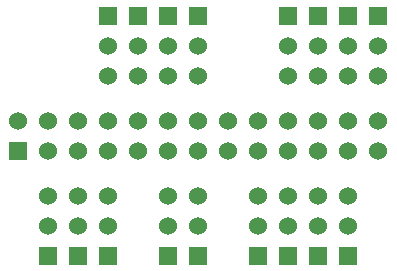
<source format=gbs>
G04 (created by PCBNEW (2013-07-07 BZR 4022)-stable) date 11/4/2014 8:47:17 PM*
%MOIN*%
G04 Gerber Fmt 3.4, Leading zero omitted, Abs format*
%FSLAX34Y34*%
G01*
G70*
G90*
G04 APERTURE LIST*
%ADD10C,0.00590551*%
%ADD11R,0.06X0.06*%
%ADD12C,0.06*%
G04 APERTURE END LIST*
G54D10*
G54D11*
X1000Y-5500D03*
G54D12*
X1000Y-4500D03*
X2000Y-5500D03*
X2000Y-4500D03*
X3000Y-5500D03*
X3000Y-4500D03*
X4000Y-5500D03*
X4000Y-4500D03*
X5000Y-5500D03*
X5000Y-4500D03*
X6000Y-5500D03*
X6000Y-4500D03*
X7000Y-5500D03*
X7000Y-4500D03*
X8000Y-5500D03*
X8000Y-4500D03*
X9000Y-5500D03*
X9000Y-4500D03*
X10000Y-5500D03*
X10000Y-4500D03*
X11000Y-5500D03*
X11000Y-4500D03*
X12000Y-5500D03*
X12000Y-4500D03*
X13000Y-5500D03*
X13000Y-4500D03*
G54D11*
X4000Y-9000D03*
G54D12*
X4000Y-8000D03*
X4000Y-7000D03*
G54D11*
X7000Y-9000D03*
G54D12*
X7000Y-8000D03*
X7000Y-7000D03*
G54D11*
X10000Y-9000D03*
G54D12*
X10000Y-8000D03*
X10000Y-7000D03*
G54D11*
X12000Y-9000D03*
G54D12*
X12000Y-8000D03*
X12000Y-7000D03*
G54D11*
X9000Y-9000D03*
G54D12*
X9000Y-8000D03*
X9000Y-7000D03*
G54D11*
X11000Y-9000D03*
G54D12*
X11000Y-8000D03*
X11000Y-7000D03*
G54D11*
X6000Y-9000D03*
G54D12*
X6000Y-8000D03*
X6000Y-7000D03*
G54D11*
X7000Y-1000D03*
G54D12*
X7000Y-2000D03*
X7000Y-3000D03*
G54D11*
X10000Y-1000D03*
G54D12*
X10000Y-2000D03*
X10000Y-3000D03*
G54D11*
X11000Y-1000D03*
G54D12*
X11000Y-2000D03*
X11000Y-3000D03*
G54D11*
X12000Y-1000D03*
G54D12*
X12000Y-2000D03*
X12000Y-3000D03*
G54D11*
X13000Y-1000D03*
G54D12*
X13000Y-2000D03*
X13000Y-3000D03*
G54D11*
X3000Y-9000D03*
G54D12*
X3000Y-8000D03*
X3000Y-7000D03*
G54D11*
X5000Y-1000D03*
G54D12*
X5000Y-2000D03*
X5000Y-3000D03*
G54D11*
X2000Y-9000D03*
G54D12*
X2000Y-8000D03*
X2000Y-7000D03*
G54D11*
X4000Y-1000D03*
G54D12*
X4000Y-2000D03*
X4000Y-3000D03*
G54D11*
X6000Y-1000D03*
G54D12*
X6000Y-2000D03*
X6000Y-3000D03*
M02*

</source>
